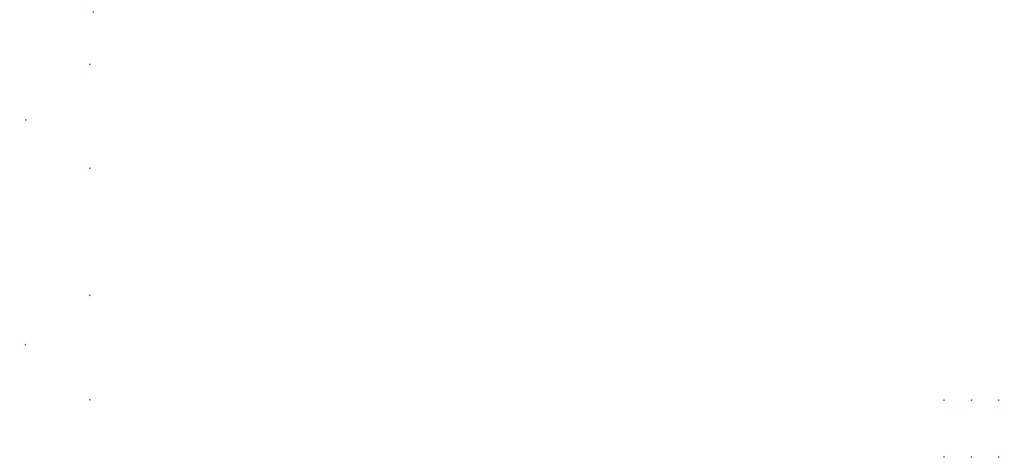
<source format=gbo>
%TF.GenerationSoftware,KiCad,Pcbnew,8.0.4*%
%TF.CreationDate,2024-09-14T13:16:13+09:30*%
%TF.ProjectId,Forte_PA_Deck,466f7274-655f-4504-915f-4465636b2e6b,1.0*%
%TF.SameCoordinates,Original*%
%TF.FileFunction,Legend,Bot*%
%TF.FilePolarity,Positive*%
%FSLAX46Y46*%
G04 Gerber Fmt 4.6, Leading zero omitted, Abs format (unit mm)*
G04 Created by KiCad (PCBNEW 8.0.4) date 2024-09-14 13:16:13*
%MOMM*%
%LPD*%
G01*
G04 APERTURE LIST*
%ADD10C,0.350000*%
G04 APERTURE END LIST*
D10*
X256790000Y-128000000D03*
X256790000Y-138800000D03*
X262000000Y-128000000D03*
X262000000Y-138800000D03*
X267210000Y-128000000D03*
X267210000Y-138800000D03*
X94750000Y-54000000D03*
X81750000Y-117440000D03*
X94050000Y-127860000D03*
X94050000Y-108000000D03*
X94050000Y-63940000D03*
X94050000Y-83800000D03*
X81800000Y-74560000D03*
M02*

</source>
